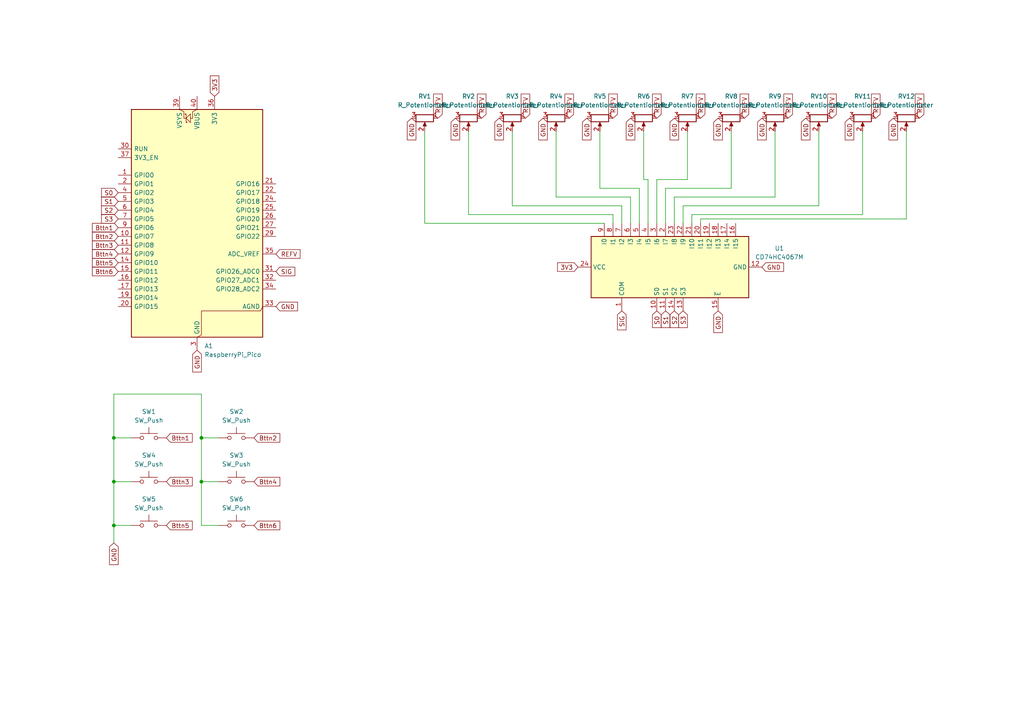
<source format=kicad_sch>
(kicad_sch (version 20250114) (generator "eeschema") (generator_version "9.0")
  (paper "A4")
  (lib_symbols
    (symbol "74xx:CD74HC4067M"
      (property "Reference" "U" (at -8.89 22.86 0))
      (property "Value" "CD74HC4067M" (at 1.27 22.86 0))
      (symbol "CD74HC4067M_0_1"
        (rectangle (start -8.89 21.59) (end 8.89 -24.13) (stroke (width 0.254)) (fill (type background)))
      )
      (symbol "CD74HC4067M_1_1"
        (pin passive line (at -12.7 12.7 0) (length 3.81) (name "COM") (number "1"))
        (pin input line (at -12.7 2.54 0) (length 3.81) (name "S0") (number "10"))
        (pin input line (at -12.7 0 0) (length 3.81) (name "S1") (number "11"))
        (pin input line (at -12.7 -2.54 0) (length 3.81) (name "S2") (number "14"))
        (pin input line (at -12.7 -5.08 0) (length 3.81) (name "S3") (number "13"))
        (pin input line (at -12.7 -15.24 0) (length 3.81) (name "~{E}") (number "15"))
        (pin power_in line (at 0 25.4 270) (length 3.81) (name "VCC") (number "24"))
        (pin power_in line (at 0 -27.94 90) (length 3.81) (name "GND") (number "12"))
        (pin passive line (at 12.7 17.78 180) (length 3.81) (name "I0") (number "9"))
        (pin passive line (at 12.7 15.24 180) (length 3.81) (name "I1") (number "8"))
        (pin passive line (at 12.7 12.7 180) (length 3.81) (name "I2") (number "7"))
        (pin passive line (at 12.7 10.16 180) (length 3.81) (name "I3") (number "6"))
        (pin passive line (at 12.7 7.62 180) (length 3.81) (name "I4") (number "5"))
        (pin passive line (at 12.7 5.08 180) (length 3.81) (name "I5") (number "4"))
        (pin passive line (at 12.7 2.54 180) (length 3.81) (name "I6") (number "3"))
        (pin passive line (at 12.7 0 180) (length 3.81) (name "I7") (number "2"))
        (pin passive line (at 12.7 -2.54 180) (length 3.81) (name "I8") (number "23"))
        (pin passive line (at 12.7 -5.08 180) (length 3.81) (name "I9") (number "22"))
        (pin passive line (at 12.7 -7.62 180) (length 3.81) (name "I10") (number "21"))
        (pin passive line (at 12.7 -10.16 180) (length 3.81) (name "I11") (number "20"))
        (pin passive line (at 12.7 -12.7 180) (length 3.81) (name "I12") (number "19"))
        (pin passive line (at 12.7 -15.24 180) (length 3.81) (name "I13") (number "18"))
        (pin passive line (at 12.7 -17.78 180) (length 3.81) (name "I14") (number "17"))
        (pin passive line (at 12.7 -20.32 180) (length 3.81) (name "I15") (number "16"))
      )
    )
    (symbol "Device:R_Potentiometer" (pin_names (offset 1.016) (hide yes))
      (property "Reference" "RV" (at -4.445 0 90))
      (property "Value" "R_Potentiometer" (at -2.54 0 90))
      (symbol "R_Potentiometer_0_1"
        (rectangle (start 1.016 2.54) (end -1.016 -2.54) (stroke (width 0.254)))
        (polyline (pts (xy 1.143 0) (xy 2.286 0.508) (xy 2.286 -0.508) (xy 1.143 0)) (fill (type outline)))
        (polyline (pts (xy 2.54 0) (xy 1.524 0)))
      )
      (symbol "R_Potentiometer_1_1"
        (pin passive line (at 0 3.81 270) (length 1.27) (name "1") (number "1"))
        (pin passive line (at 0 -3.81 90) (length 1.27) (name "3") (number "3"))
        (pin passive line (at 3.81 0 180) (length 1.27) (name "2") (number "2"))
      )
    )
    (symbol "MCU_Module:RaspberryPi_Pico" (pin_names (offset 0.762))
      (property "Reference" "A" (at -19.05 35.56 0))
      (property "Value" "RaspberryPi_Pico" (at 7.62 35.56 0))
      (symbol "RaspberryPi_Pico_0_1"
        (rectangle (start -19.05 34.29) (end 19.05 -31.75) (stroke (width 0.254)) (fill (type background)))
        (polyline (pts (xy -5.08 34.29) (xy -3.81 33.655) (xy -3.81 31.75) (xy -3.175 31.75)))
        (polyline (pts (xy -3.429 32.766) (xy -3.429 33.02) (xy -3.175 33.02) (xy -3.175 30.48) (xy -2.921 30.48) (xy -2.921 30.734)))
        (polyline (pts (xy -3.175 31.75) (xy -1.905 33.02) (xy -1.905 30.48) (xy -3.175 31.75)))
        (polyline (pts (xy 0 34.29) (xy -1.27 33.655) (xy -1.27 31.75) (xy -1.905 31.75)))
        (polyline (pts (xy 0 -31.75) (xy 1.27 -31.115) (xy 1.27 -24.13) (xy 18.415 -24.13) (xy 19.05 -22.86)))
      )
      (symbol "RaspberryPi_Pico_1_1"
        (pin passive line (at -22.86 22.86 0) (length 3.81) (name "RUN") (number "30"))
        (pin passive line (at -22.86 20.32 0) (length 3.81) (name "3V3_EN") (number "37"))
        (pin bidirectional line (at -22.86 15.24 0) (length 3.81) (name "GPIO0") (number "1"))
        (pin bidirectional line (at -22.86 12.7 0) (length 3.81) (name "GPIO1") (number "2"))
        (pin bidirectional line (at -22.86 10.16 0) (length 3.81) (name "GPIO2") (number "4"))
        (pin bidirectional line (at -22.86 7.62 0) (length 3.81) (name "GPIO3") (number "5"))
        (pin bidirectional line (at -22.86 5.08 0) (length 3.81) (name "GPIO4") (number "6"))
        (pin bidirectional line (at -22.86 2.54 0) (length 3.81) (name "GPIO5") (number "7"))
        (pin bidirectional line (at -22.86 0 0) (length 3.81) (name "GPIO6") (number "9"))
        (pin bidirectional line (at -22.86 -2.54 0) (length 3.81) (name "GPIO7") (number "10"))
        (pin bidirectional line (at -22.86 -5.08 0) (length 3.81) (name "GPIO8") (number "11"))
        (pin bidirectional line (at -22.86 -7.62 0) (length 3.81) (name "GPIO9") (number "12"))
        (pin bidirectional line (at -22.86 -10.16 0) (length 3.81) (name "GPIO10") (number "14"))
        (pin bidirectional line (at -22.86 -12.7 0) (length 3.81) (name "GPIO11") (number "15"))
        (pin bidirectional line (at -22.86 -15.24 0) (length 3.81) (name "GPIO12") (number "16"))
        (pin bidirectional line (at -22.86 -17.78 0) (length 3.81) (name "GPIO13") (number "17"))
        (pin bidirectional line (at -22.86 -20.32 0) (length 3.81) (name "GPIO14") (number "19"))
        (pin bidirectional line (at -22.86 -22.86 0) (length 3.81) (name "GPIO15") (number "20"))
        (pin power_in line (at -5.08 38.1 270) (length 3.81) (name "VSYS") (number "39"))
        (pin power_out line (at 0 38.1 270) (length 3.81) (name "VBUS") (number "40"))
        (pin passive line (at 0 -35.56 90) (length 3.81) (hide yes) (name "GND") (number "13"))
        (pin passive line (at 0 -35.56 90) (length 3.81) (hide yes) (name "GND") (number "18"))
        (pin passive line (at 0 -35.56 90) (length 3.81) (hide yes) (name "GND") (number "23"))
        (pin passive line (at 0 -35.56 90) (length 3.81) (hide yes) (name "GND") (number "28"))
        (pin power_out line (at 0 -35.56 90) (length 3.81) (name "GND") (number "3"))
        (pin passive line (at 0 -35.56 90) (length 3.81) (hide yes) (name "GND") (number "38"))
        (pin passive line (at 0 -35.56 90) (length 3.81) (hide yes) (name "GND") (number "8"))
        (pin power_out line (at 5.08 38.1 270) (length 3.81) (name "3V3") (number "36"))
        (pin bidirectional line (at 22.86 12.7 180) (length 3.81) (name "GPIO16") (number "21"))
        (pin bidirectional line (at 22.86 10.16 180) (length 3.81) (name "GPIO17") (number "22"))
        (pin bidirectional line (at 22.86 7.62 180) (length 3.81) (name "GPIO18") (number "24"))
        (pin bidirectional line (at 22.86 5.08 180) (length 3.81) (name "GPIO19") (number "25"))
        (pin bidirectional line (at 22.86 2.54 180) (length 3.81) (name "GPIO20") (number "26"))
        (pin bidirectional line (at 22.86 0 180) (length 3.81) (name "GPIO21") (number "27"))
        (pin bidirectional line (at 22.86 -2.54 180) (length 3.81) (name "GPIO22") (number "29"))
        (pin power_in line (at 22.86 -7.62 180) (length 3.81) (name "ADC_VREF") (number "35"))
        (pin bidirectional line (at 22.86 -12.7 180) (length 3.81) (name "GPIO26_ADC0") (number "31"))
        (pin bidirectional line (at 22.86 -15.24 180) (length 3.81) (name "GPIO27_ADC1") (number "32"))
        (pin bidirectional line (at 22.86 -17.78 180) (length 3.81) (name "GPIO28_ADC2") (number "34"))
        (pin power_out line (at 22.86 -22.86 180) (length 3.81) (name "AGND") (number "33"))
      )
    )
    (symbol "Switch:SW_Push" (pin_numbers (hide yes)) (pin_names (offset 1.016) (hide yes))
      (property "Reference" "SW" (at 1.27 2.54 0))
      (property "Value" "SW_Push" (at 0 -1.524 0))
      (symbol "SW_Push_0_1"
        (circle (center -2.032 0) (radius 0.508))
        (polyline (pts (xy 0 1.27) (xy 0 3.048)))
        (circle (center 2.032 0) (radius 0.508))
        (polyline (pts (xy 2.54 1.27) (xy -2.54 1.27)))
        (pin passive line (at -5.08 0 0) (length 2.54) (name "1") (number "1"))
        (pin passive line (at 5.08 0 180) (length 2.54) (name "2") (number "2"))
      )
    )
  )
  (junction (at 58.42 139.7))
  (junction (at 33.02 127))
  (junction (at 58.42 127))
  (junction (at 33.02 152.4))
  (junction (at 33.02 139.7))
  (wire (pts (xy 33.02 127) (xy 38.1 127)))
  (wire (pts (xy 33.02 152.4) (xy 38.1 152.4)))
  (wire (pts (xy 193.04 64.77) (xy 193.04 54.61)))
  (wire (pts (xy 180.34 59.69) (xy 180.34 64.77)))
  (wire (pts (xy 148.59 59.69) (xy 180.34 59.69)))
  (wire (pts (xy 58.42 139.7) (xy 58.42 152.4)))
  (wire (pts (xy 58.42 152.4) (xy 63.5 152.4)))
  (wire (pts (xy 123.19 38.1) (xy 123.19 64.77)))
  (wire (pts (xy 203.2 64.77) (xy 203.2 63.5)))
  (wire (pts (xy 199.39 52.07) (xy 190.5 52.07)))
  (wire (pts (xy 193.04 54.61) (xy 212.09 54.61)))
  (wire (pts (xy 135.89 62.23) (xy 177.8 62.23)))
  (wire (pts (xy 200.66 64.77) (xy 200.66 62.23)))
  (wire (pts (xy 161.29 57.15) (xy 182.88 57.15)))
  (wire (pts (xy 182.88 57.15) (xy 182.88 64.77)))
  (wire (pts (xy 195.58 64.77) (xy 195.58 57.15)))
  (wire (pts (xy 161.29 38.1) (xy 161.29 57.15)))
  (wire (pts (xy 250.19 62.23) (xy 250.19 38.1)))
  (wire (pts (xy 198.12 64.77) (xy 198.12 59.69)))
  (wire (pts (xy 135.89 38.1) (xy 135.89 62.23)))
  (wire (pts (xy 33.02 114.3) (xy 58.42 114.3)))
  (wire (pts (xy 123.19 64.77) (xy 175.26 64.77)))
  (wire (pts (xy 186.69 38.1) (xy 186.69 52.07)))
  (wire (pts (xy 58.42 127) (xy 63.5 127)))
  (wire (pts (xy 237.49 59.69) (xy 237.49 38.1)))
  (wire (pts (xy 187.96 52.07) (xy 187.96 64.77)))
  (wire (pts (xy 203.2 63.5) (xy 262.89 63.5)))
  (wire (pts (xy 262.89 63.5) (xy 262.89 38.1)))
  (wire (pts (xy 224.79 57.15) (xy 224.79 38.1)))
  (wire (pts (xy 173.99 38.1) (xy 173.99 54.61)))
  (wire (pts (xy 173.99 54.61) (xy 185.42 54.61)))
  (wire (pts (xy 195.58 57.15) (xy 224.79 57.15)))
  (wire (pts (xy 198.12 59.69) (xy 237.49 59.69)))
  (wire (pts (xy 33.02 157.48) (xy 33.02 152.4)))
  (wire (pts (xy 190.5 52.07) (xy 190.5 64.77)))
  (wire (pts (xy 212.09 54.61) (xy 212.09 38.1)))
  (wire (pts (xy 200.66 62.23) (xy 250.19 62.23)))
  (wire (pts (xy 177.8 62.23) (xy 177.8 64.77)))
  (wire (pts (xy 58.42 127) (xy 58.42 139.7)))
  (wire (pts (xy 58.42 139.7) (xy 63.5 139.7)))
  (wire (pts (xy 186.69 52.07) (xy 187.96 52.07)))
  (wire (pts (xy 33.02 152.4) (xy 33.02 139.7)))
  (wire (pts (xy 58.42 114.3) (xy 58.42 127)))
  (wire (pts (xy 199.39 38.1) (xy 199.39 52.07)))
  (wire (pts (xy 33.02 139.7) (xy 38.1 139.7)))
  (wire (pts (xy 148.59 38.1) (xy 148.59 59.69)))
  (wire (pts (xy 33.02 139.7) (xy 33.02 127)))
  (wire (pts (xy 185.42 54.61) (xy 185.42 64.77)))
  (wire (pts (xy 33.02 127) (xy 33.02 114.3)))
  (global_label "GND" (shape input) (at 195.58 34.29 270) (property "Intersheetrefs" "${INTERSHEET_REFS}" (effects (hide yes))))
  (global_label "REFV" (shape input) (at 215.9 34.29 90) (property "Intersheetrefs" "${INTERSHEET_REFS}" (effects (hide yes))))
  (global_label "3V3" (shape input) (at 62.23 27.94 90) (property "Intersheetrefs" "${INTERSHEET_REFS}" (effects (hide yes))))
  (global_label "GND" (shape input) (at 220.98 77.47 0) (property "Intersheetrefs" "${INTERSHEET_REFS}" (effects (hide yes))))
  (global_label "GND" (shape input) (at 57.15 101.6 270) (property "Intersheetrefs" "${INTERSHEET_REFS}" (effects (hide yes))))
  (global_label "GND" (shape input) (at 144.78 34.29 270) (property "Intersheetrefs" "${INTERSHEET_REFS}" (effects (hide yes))))
  (global_label "3V3" (shape input) (at 167.64 77.47 180) (property "Intersheetrefs" "${INTERSHEET_REFS}" (effects (hide yes))))
  (global_label "Bttn6" (shape input) (at 73.66 152.4 0) (property "Intersheetrefs" "${INTERSHEET_REFS}" (effects (hide yes))))
  (global_label "Bttn4" (shape input) (at 73.66 139.7 0) (property "Intersheetrefs" "${INTERSHEET_REFS}" (effects (hide yes))))
  (global_label "GND" (shape input) (at 220.98 34.29 270) (property "Intersheetrefs" "${INTERSHEET_REFS}" (effects (hide yes))))
  (global_label "S2" (shape input) (at 195.58 90.17 270) (property "Intersheetrefs" "${INTERSHEET_REFS}" (effects (hide yes))))
  (global_label "GND" (shape input) (at 119.38 34.29 270) (property "Intersheetrefs" "${INTERSHEET_REFS}" (effects (hide yes))))
  (global_label "GND" (shape input) (at 233.68 34.29 270) (property "Intersheetrefs" "${INTERSHEET_REFS}" (effects (hide yes))))
  (global_label "S1" (shape input) (at 34.29 58.42 180) (property "Intersheetrefs" "${INTERSHEET_REFS}" (effects (hide yes))))
  (global_label "REFV" (shape input) (at 127 34.29 90) (property "Intersheetrefs" "${INTERSHEET_REFS}" (effects (hide yes))))
  (global_label "SIG" (shape input) (at 180.34 90.17 270) (property "Intersheetrefs" "${INTERSHEET_REFS}" (effects (hide yes))))
  (global_label "Bttn4" (shape input) (at 34.29 73.66 180) (property "Intersheetrefs" "${INTERSHEET_REFS}" (effects (hide yes))))
  (global_label "GND" (shape input) (at 246.38 34.29 270) (property "Intersheetrefs" "${INTERSHEET_REFS}" (effects (hide yes))))
  (global_label "REFV" (shape input) (at 139.7 34.29 90) (property "Intersheetrefs" "${INTERSHEET_REFS}" (effects (hide yes))))
  (global_label "S0" (shape input) (at 190.5 90.17 270) (property "Intersheetrefs" "${INTERSHEET_REFS}" (effects (hide yes))))
  (global_label "REFV" (shape input) (at 190.5 34.29 90) (property "Intersheetrefs" "${INTERSHEET_REFS}" (effects (hide yes))))
  (global_label "REFV" (shape input) (at 80.01 73.66 0) (property "Intersheetrefs" "${INTERSHEET_REFS}" (effects (hide yes))))
  (global_label "Bttn2" (shape input) (at 34.29 68.58 180) (property "Intersheetrefs" "${INTERSHEET_REFS}" (effects (hide yes))))
  (global_label "GND" (shape input) (at 80.01 88.9 0) (property "Intersheetrefs" "${INTERSHEET_REFS}" (effects (hide yes))))
  (global_label "Bttn5" (shape input) (at 34.29 76.2 180) (property "Intersheetrefs" "${INTERSHEET_REFS}" (effects (hide yes))))
  (global_label "REFV" (shape input) (at 228.6 34.29 90) (property "Intersheetrefs" "${INTERSHEET_REFS}" (effects (hide yes))))
  (global_label "GND" (shape input) (at 182.88 34.29 270) (property "Intersheetrefs" "${INTERSHEET_REFS}" (effects (hide yes))))
  (global_label "REFV" (shape input) (at 266.7 34.29 90) (property "Intersheetrefs" "${INTERSHEET_REFS}" (effects (hide yes))))
  (global_label "Bttn3" (shape input) (at 48.26 139.7 0) (property "Intersheetrefs" "${INTERSHEET_REFS}" (effects (hide yes))))
  (global_label "GND" (shape input) (at 170.18 34.29 270) (property "Intersheetrefs" "${INTERSHEET_REFS}" (effects (hide yes))))
  (global_label "GND" (shape input) (at 33.02 157.48 270) (property "Intersheetrefs" "${INTERSHEET_REFS}" (effects (hide yes))))
  (global_label "REFV" (shape input) (at 203.2 34.29 90) (property "Intersheetrefs" "${INTERSHEET_REFS}" (effects (hide yes))))
  (global_label "Bttn1" (shape input) (at 48.26 127 0) (property "Intersheetrefs" "${INTERSHEET_REFS}" (effects (hide yes))))
  (global_label "REFV" (shape input) (at 254 34.29 90) (property "Intersheetrefs" "${INTERSHEET_REFS}" (effects (hide yes))))
  (global_label "S2" (shape input) (at 34.29 60.96 180) (property "Intersheetrefs" "${INTERSHEET_REFS}" (effects (hide yes))))
  (global_label "SIG" (shape input) (at 80.01 78.74 0) (property "Intersheetrefs" "${INTERSHEET_REFS}" (effects (hide yes))))
  (global_label "REFV" (shape input) (at 152.4 34.29 90) (property "Intersheetrefs" "${INTERSHEET_REFS}" (effects (hide yes))))
  (global_label "REFV" (shape input) (at 241.3 34.29 90) (property "Intersheetrefs" "${INTERSHEET_REFS}" (effects (hide yes))))
  (global_label "REFV" (shape input) (at 165.1 34.29 90) (property "Intersheetrefs" "${INTERSHEET_REFS}" (effects (hide yes))))
  (global_label "GND" (shape input) (at 157.48 34.29 270) (property "Intersheetrefs" "${INTERSHEET_REFS}" (effects (hide yes))))
  (global_label "S3" (shape input) (at 34.29 63.5 180) (property "Intersheetrefs" "${INTERSHEET_REFS}" (effects (hide yes))))
  (global_label "S1" (shape input) (at 193.04 90.17 270) (property "Intersheetrefs" "${INTERSHEET_REFS}" (effects (hide yes))))
  (global_label "S0" (shape input) (at 34.29 55.88 180) (property "Intersheetrefs" "${INTERSHEET_REFS}" (effects (hide yes))))
  (global_label "Bttn6" (shape input) (at 34.29 78.74 180) (property "Intersheetrefs" "${INTERSHEET_REFS}" (effects (hide yes))))
  (global_label "S3" (shape input) (at 198.12 90.17 270) (property "Intersheetrefs" "${INTERSHEET_REFS}" (effects (hide yes))))
  (global_label "Bttn1" (shape input) (at 34.29 66.04 180) (property "Intersheetrefs" "${INTERSHEET_REFS}" (effects (hide yes))))
  (global_label "GND" (shape input) (at 208.28 34.29 270) (property "Intersheetrefs" "${INTERSHEET_REFS}" (effects (hide yes))))
  (global_label "REFV" (shape input) (at 177.8 34.29 90) (property "Intersheetrefs" "${INTERSHEET_REFS}" (effects (hide yes))))
  (global_label "Bttn3" (shape input) (at 34.29 71.12 180) (property "Intersheetrefs" "${INTERSHEET_REFS}" (effects (hide yes))))
  (global_label "GND" (shape input) (at 259.08 34.29 270) (property "Intersheetrefs" "${INTERSHEET_REFS}" (effects (hide yes))))
  (global_label "Bttn5" (shape input) (at 48.26 152.4 0) (property "Intersheetrefs" "${INTERSHEET_REFS}" (effects (hide yes))))
  (global_label "GND" (shape input) (at 132.08 34.29 270) (property "Intersheetrefs" "${INTERSHEET_REFS}" (effects (hide yes))))
  (global_label "Bttn2" (shape input) (at 73.66 127 0) (property "Intersheetrefs" "${INTERSHEET_REFS}" (effects (hide yes))))
  (global_label "GND" (shape input) (at 208.28 90.17 270) (property "Intersheetrefs" "${INTERSHEET_REFS}" (effects (hide yes))))
  (symbol (lib_id "Device:R_Potentiometer") (at 262.89 34.29 270) (unit 1)
    (property "Reference" "RV12" (at 262.89 27.94 90))
    (property "Value" "R_Potentiometer" (at 262.89 30.48 90))
    (property "Description" "Potentiometer" (effects (hide yes)))
  )
  (symbol (lib_id "Device:R_Potentiometer") (at 173.99 34.29 270) (unit 1)
    (property "Reference" "RV5" (at 173.99 27.94 90))
    (property "Value" "R_Potentiometer" (at 173.99 30.48 90))
    (property "Description" "Potentiometer" (effects (hide yes)))
  )
  (symbol (lib_id "Device:R_Potentiometer") (at 224.79 34.29 270) (unit 1)
    (property "Reference" "RV9" (at 224.79 27.94 90))
    (property "Value" "R_Potentiometer" (at 224.79 30.48 90))
    (property "Description" "Potentiometer" (effects (hide yes)))
  )
  (symbol (lib_id "Switch:SW_Push") (at 43.18 127 0) (unit 1)
    (property "Reference" "SW1" (at 43.18 119.38 0))
    (property "Value" "SW_Push" (at 43.18 121.92 0))
    (property "Description" "Push button switch, generic, two pins" (effects (hide yes)))
  )
  (symbol (lib_id "Device:R_Potentiometer") (at 148.59 34.29 270) (unit 1)
    (property "Reference" "RV3" (at 148.59 27.94 90))
    (property "Value" "R_Potentiometer" (at 148.59 30.48 90))
    (property "Description" "Potentiometer" (effects (hide yes)))
  )
  (symbol (lib_id "Device:R_Potentiometer") (at 161.29 34.29 270) (unit 1)
    (property "Reference" "RV4" (at 161.29 27.94 90))
    (property "Value" "R_Potentiometer" (at 161.29 30.48 90))
    (property "Description" "Potentiometer" (effects (hide yes)))
  )
  (symbol (lib_id "Device:R_Potentiometer") (at 135.89 34.29 270) (unit 1)
    (property "Reference" "RV2" (at 135.89 27.94 90))
    (property "Value" "R_Potentiometer" (at 135.89 30.48 90))
    (property "Description" "Potentiometer" (effects (hide yes)))
  )
  (symbol (lib_id "Device:R_Potentiometer") (at 199.39 34.29 270) (unit 1)
    (property "Reference" "RV7" (at 199.39 27.94 90))
    (property "Value" "R_Potentiometer" (at 199.39 30.48 90))
    (property "Description" "Potentiometer" (effects (hide yes)))
  )
  (symbol (lib_id "Switch:SW_Push") (at 68.58 127 0) (unit 1)
    (property "Reference" "SW2" (at 68.58 119.38 0))
    (property "Value" "SW_Push" (at 68.58 121.92 0))
    (property "Description" "Push button switch, generic, two pins" (effects (hide yes)))
  )
  (symbol (lib_id "Switch:SW_Push") (at 43.18 152.4 0) (unit 1)
    (property "Reference" "SW5" (at 43.18 144.78 0))
    (property "Value" "SW_Push" (at 43.18 147.32 0))
    (property "Description" "Push button switch, generic, two pins" (effects (hide yes)))
  )
  (symbol (lib_id "Device:R_Potentiometer") (at 250.19 34.29 270) (unit 1)
    (property "Reference" "RV11" (at 250.19 27.94 90))
    (property "Value" "R_Potentiometer" (at 250.19 30.48 90))
    (property "Description" "Potentiometer" (effects (hide yes)))
  )
  (symbol (lib_id "Device:R_Potentiometer") (at 123.19 34.29 270) (unit 1)
    (property "Reference" "RV1" (at 123.19 27.94 90))
    (property "Value" "R_Potentiometer" (at 123.19 30.48 90))
    (property "Description" "Potentiometer" (effects (hide yes)))
  )
  (symbol (lib_id "MCU_Module:RaspberryPi_Pico") (at 57.15 66.04 0) (unit 1)
    (property "Reference" "A1" (at 59.2933 100.33 0) (effects (justify left)))
    (property "Value" "RaspberryPi_Pico" (at 59.2933 102.87 0) (effects (justify left)))
    (property "Footprint" "Module:RaspberryPi_Pico_Common_Unspecified" (effects (hide yes)))
    (property "Datasheet" "https://datasheets.raspberrypi.com/pico/pico-datasheet.pdf" (effects (hide yes)))
    (property "Description" "Versatile and inexpensive microcontroller module powered by RP2040 dual-core Arm Cortex-M0+ processor up to 133 MHz, 264kB SRAM, 2MB QSPI flash; also supports Raspberry Pi Pico 2" (effects (hide yes)))
  )
  (symbol (lib_id "74xx:CD74HC4067M") (at 193.04 77.47 90) (unit 1)
    (property "Reference" "U1" (at 226.06 72.0246 90))
    (property "Value" "CD74HC4067M" (at 226.06 74.5646 90))
    (property "Footprint" "Package_SO:SOIC-24W_7.5x15.4mm_P1.27mm" (effects (hide yes)))
    (property "Datasheet" "http://www.ti.com/lit/ds/symlink/cd74hc4067.pdf" (effects (hide yes)))
    (property "Description" "High-Speed CMOS Logic 16-Channel Analog Multiplexer/Demultiplexer, SOIC-24" (effects (hide yes)))
  )
  (symbol (lib_id "Switch:SW_Push") (at 43.18 139.7 0) (unit 1)
    (property "Reference" "SW4" (at 43.18 132.08 0))
    (property "Value" "SW_Push" (at 43.18 134.62 0))
    (property "Description" "Push button switch, generic, two pins" (effects (hide yes)))
  )
  (symbol (lib_id "Device:R_Potentiometer") (at 186.69 34.29 270) (unit 1)
    (property "Reference" "RV6" (at 186.69 27.94 90))
    (property "Value" "R_Potentiometer" (at 186.69 30.48 90))
    (property "Description" "Potentiometer" (effects (hide yes)))
  )
  (symbol (lib_id "Switch:SW_Push") (at 68.58 139.7 0) (unit 1)
    (property "Reference" "SW3" (at 68.58 132.08 0))
    (property "Value" "SW_Push" (at 68.58 134.62 0))
    (property "Description" "Push button switch, generic, two pins" (effects (hide yes)))
  )
  (symbol (lib_id "Device:R_Potentiometer") (at 237.49 34.29 270) (unit 1)
    (property "Reference" "RV10" (at 237.49 27.94 90))
    (property "Value" "R_Potentiometer" (at 237.49 30.48 90))
    (property "Description" "Potentiometer" (effects (hide yes)))
  )
  (symbol (lib_id "Device:R_Potentiometer") (at 212.09 34.29 270) (unit 1)
    (property "Reference" "RV8" (at 212.09 27.94 90))
    (property "Value" "R_Potentiometer" (at 212.09 30.48 90))
    (property "Description" "Potentiometer" (effects (hide yes)))
  )
  (symbol (lib_id "Switch:SW_Push") (at 68.58 152.4 0) (unit 1)
    (property "Reference" "SW6" (at 68.58 144.78 0))
    (property "Value" "SW_Push" (at 68.58 147.32 0))
    (property "Description" "Push button switch, generic, two pins" (effects (hide yes)))
  )
)
</source>
